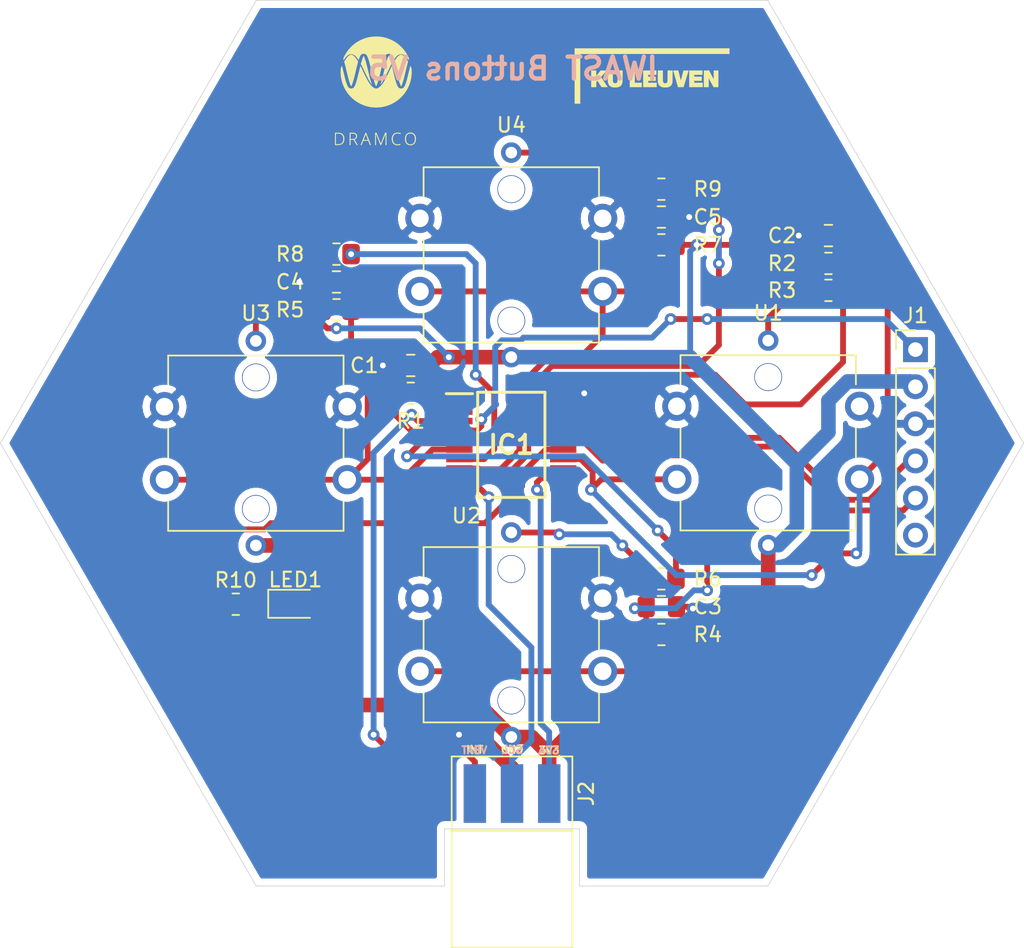
<source format=kicad_pcb>
(kicad_pcb (version 20171130) (host pcbnew "(5.1.6)-1")
  (title_block (title "IWAST - BME680") (date 2019-10-12) (rev A) (company DRAMCO) (comment 1 "Sarah Goossens"))
  (layers (0 F.Cu signal) (31 B.Cu signal) (34 B.Paste user) (35 F.Paste user) (36 B.SilkS user) (37 F.SilkS user) (38 B.Mask user hide) (39 F.Mask user hide) (44 Edge.Cuts user))
  (net 0 "")
  (net 1 +3V3)
  (net 2 GND)
  (net 3 /MCLR)
  (net 4 /RC1)
  (net 5 /ICSPCLK)
  (net 6 /ICSPDAT)
  (net 7 "Net-(R3-Pad2)")
  (net 8 /INT)
  (net 9 /SCL)
  (net 10 /SDA)
  (net 11 /LSW2)
  (net 12 /SW3)
  (net 13 /LSW3)
  (net 14 /SW4)
  (net 15 /LSW4)
  (net 16 /SW1)
  (net 17 /SW2)
  (net 18 /LSW1)
  (net 19 "Net-(R9-Pad2)")
  (net 20 "Net-(LED1-Pad1)")
  (net 21 "Net-(R6-Pad2)")
  (net 22 "Net-(R8-Pad2)")
  (module logos:dramco_logo (layer F.Cu) (at 113.157 91.059)
    (fp_text reference G*** hide)
    (fp_text value LOGO hide)
  )
  (module logos:kul_logo (layer F.Cu) (at 132.08 90.043)
    (fp_text reference G*** hide)
    (fp_text value LOGO hide)
  )
  (module Button_Ali:aliButton (layer F.Cu) (at 122.45 128.287 180)
    (fp_text reference U2 (at 3.07 8.145) (layer F.SilkS))
    (fp_text value button)
    (pad "" np_thru_hole circle (at 0 -4.5 180) (size 1.9 1.9) (drill 1.8) (layers *.Cu *.Mask))
    (pad "" np_thru_hole circle (at 0 4.5 180) (size 1.9 1.9) (drill 1.8) (layers *.Cu *.Mask))
    (pad 6 thru_hole circle (at 0 7 180) (size 1.4 1.4) (drill 0.8) (layers *.Cu *.Mask) (net 21 "Net-(R6-Pad2)"))
    (pad 5 thru_hole circle (at 0 -7 180) (size 1.4 1.4) (drill 0.8) (layers *.Cu *.Mask) (net 1 +3V3))
    (pad 4 thru_hole circle (at 6.25 2.5 180) (size 2 2) (drill 1.2) (layers *.Cu *.Mask) (net 2 GND))
    (pad 2 thru_hole circle (at 6.25 -2.5 180) (size 2 2) (drill 1.2) (layers *.Cu *.Mask) (net 17 /SW2))
    (pad 3 thru_hole circle (at -6.25 2.5 180) (size 2 2) (drill 1.2) (layers *.Cu *.Mask) (net 2 GND))
    (pad 1 thru_hole circle (at -6.25 -2.5 180) (size 2 2) (drill 1.2) (layers *.Cu *.Mask) (net 17 /SW2))
  )
  (module Button_Ali:aliButton (layer F.Cu) (at 140.025 115.15 180)
    (fp_text reference U1 (at 0 8.89) (layer F.SilkS))
    (fp_text value button)
    (pad "" np_thru_hole circle (at 0 -4.5 180) (size 1.9 1.9) (drill 1.8) (layers *.Cu *.Mask))
    (pad "" np_thru_hole circle (at 0 4.5 180) (size 1.9 1.9) (drill 1.8) (layers *.Cu *.Mask))
    (pad 6 thru_hole circle (at 0 7 180) (size 1.4 1.4) (drill 0.8) (layers *.Cu *.Mask) (net 7 "Net-(R3-Pad2)"))
    (pad 5 thru_hole circle (at 0 -7 180) (size 1.4 1.4) (drill 0.8) (layers *.Cu *.Mask) (net 1 +3V3))
    (pad 4 thru_hole circle (at 6.25 2.5 180) (size 2 2) (drill 1.2) (layers *.Cu *.Mask) (net 2 GND))
    (pad 2 thru_hole circle (at 6.25 -2.5 180) (size 2 2) (drill 1.2) (layers *.Cu *.Mask) (net 16 /SW1))
    (pad 3 thru_hole circle (at -6.25 2.5 180) (size 2 2) (drill 1.2) (layers *.Cu *.Mask) (net 2 GND))
    (pad 1 thru_hole circle (at -6.25 -2.5 180) (size 2 2) (drill 1.2) (layers *.Cu *.Mask) (net 16 /SW1))
  )
  (module Button_Ali:aliButton (layer F.Cu) (at 104.975 115.175 180)
    (fp_text reference U3 (at 0 8.89) (layer F.SilkS))
    (fp_text value button)
    (pad "" np_thru_hole circle (at 0 -4.5 180) (size 1.9 1.9) (drill 1.8) (layers *.Cu *.Mask))
    (pad "" np_thru_hole circle (at 0 4.5 180) (size 1.9 1.9) (drill 1.8) (layers *.Cu *.Mask))
    (pad 6 thru_hole circle (at 0 7 180) (size 1.4 1.4) (drill 0.8) (layers *.Cu *.Mask) (net 22 "Net-(R8-Pad2)"))
    (pad 5 thru_hole circle (at 0 -7 180) (size 1.4 1.4) (drill 0.8) (layers *.Cu *.Mask) (net 1 +3V3))
    (pad 4 thru_hole circle (at 6.25 2.5 180) (size 2 2) (drill 1.2) (layers *.Cu *.Mask) (net 2 GND))
    (pad 2 thru_hole circle (at 6.25 -2.5 180) (size 2 2) (drill 1.2) (layers *.Cu *.Mask) (net 12 /SW3))
    (pad 3 thru_hole circle (at -6.25 2.5 180) (size 2 2) (drill 1.2) (layers *.Cu *.Mask) (net 2 GND))
    (pad 1 thru_hole circle (at -6.25 -2.5 180) (size 2 2) (drill 1.2) (layers *.Cu *.Mask) (net 12 /SW3))
  )
  (module Button_Ali:aliButton (layer F.Cu) (at 122.45 102.287 180)
    (fp_text reference U4 (at 0 8.89) (layer F.SilkS))
    (fp_text value button)
    (pad "" np_thru_hole circle (at 0 -4.5 180) (size 1.9 1.9) (drill 1.8) (layers *.Cu *.Mask))
    (pad "" np_thru_hole circle (at 0 4.5 180) (size 1.9 1.9) (drill 1.8) (layers *.Cu *.Mask))
    (pad 6 thru_hole circle (at 0 7 180) (size 1.4 1.4) (drill 0.8) (layers *.Cu *.Mask) (net 19 "Net-(R9-Pad2)"))
    (pad 5 thru_hole circle (at 0 -7 180) (size 1.4 1.4) (drill 0.8) (layers *.Cu *.Mask) (net 1 +3V3))
    (pad 4 thru_hole circle (at 6.25 2.5 180) (size 2 2) (drill 1.2) (layers *.Cu *.Mask) (net 2 GND))
    (pad 2 thru_hole circle (at 6.25 -2.5 180) (size 2 2) (drill 1.2) (layers *.Cu *.Mask) (net 14 /SW4))
    (pad 3 thru_hole circle (at -6.25 2.5 180) (size 2 2) (drill 1.2) (layers *.Cu *.Mask) (net 2 GND))
    (pad 1 thru_hole circle (at -6.25 -2.5 180) (size 2 2) (drill 1.2) (layers *.Cu *.Mask) (net 14 /SW4))
  )
  (module Resistor_SMD:R_0805_2012Metric_Pad1.20x1.40mm_HandSolder (layer F.Cu) (at 144.145 104.715 180)
    (fp_text reference R3 (at 3.175 0) (layer F.SilkS))
    (fp_text value 1k)
    (pad 2 smd roundrect (at 1 0 180) (size 1.2 1.4) (layers F.Cu F.Paste F.Mask) (roundrect_rratio 0.2083325) (net 7 "Net-(R3-Pad2)"))
    (pad 1 smd roundrect (at -1 0 180) (size 1.2 1.4) (layers F.Cu F.Paste F.Mask) (roundrect_rratio 0.2083325) (net 18 /LSW1))
  )
  (module Resistor_SMD:R_0805_2012Metric_Pad1.20x1.40mm_HandSolder (layer F.Cu) (at 110.49 106.045)
    (fp_text reference R5 (at -3.175 0) (layer F.SilkS))
    (fp_text value 100k)
    (pad 1 smd roundrect (at -1 0) (size 1.2 1.4) (layers F.Cu F.Paste F.Mask) (roundrect_rratio 0.2083325) (net 1 +3V3))
    (pad 2 smd roundrect (at 1 0) (size 1.2 1.4) (layers F.Cu F.Paste F.Mask) (roundrect_rratio 0.2083325) (net 12 /SW3))
  )
  (module Capacitor_SMD:C_0805_2012Metric_Pad1.18x1.45mm_HandSolder (layer F.Cu) (at 110.49 104.14)
    (fp_text reference C4 (at -3.175 0) (layer F.SilkS))
    (fp_text value 100n)
    (pad 2 smd roundrect (at 1.0375 0) (size 1.175 1.45) (layers F.Cu F.Paste F.Mask) (roundrect_rratio 0.2127659574468085) (net 12 /SW3))
    (pad 1 smd roundrect (at -1.0375 0) (size 1.175 1.45) (layers F.Cu F.Paste F.Mask) (roundrect_rratio 0.2127659574468085) (net 2 GND))
  )
  (module Resistor_SMD:R_0805_2012Metric_Pad1.20x1.40mm_HandSolder (layer F.Cu) (at 132.715 124.46 180)
    (fp_text reference R6 (at -3.175 0) (layer F.SilkS))
    (fp_text value 1k)
    (pad 1 smd roundrect (at -1 0 180) (size 1.2 1.4) (layers F.Cu F.Paste F.Mask) (roundrect_rratio 0.2083325) (net 11 /LSW2))
    (pad 2 smd roundrect (at 1 0 180) (size 1.2 1.4) (layers F.Cu F.Paste F.Mask) (roundrect_rratio 0.2083325) (net 21 "Net-(R6-Pad2)"))
  )
  (module Connector_PinHeader_2.54mm:PinHeader_1x06_P2.54mm_Vertical (layer F.Cu) (at 150.1 108.7696)
    (fp_text reference J1 (at 0 -2.33) (layer F.SilkS))
    (fp_text value PICKit3)
    (pad 6 thru_hole oval (at 0 12.7) (size 1.7 1.7) (drill 1) (layers *.Cu *.Mask))
    (pad 5 thru_hole oval (at 0 10.16) (size 1.7 1.7) (drill 1) (layers *.Cu *.Mask) (net 5 /ICSPCLK))
    (pad 4 thru_hole oval (at 0 7.62) (size 1.7 1.7) (drill 1) (layers *.Cu *.Mask) (net 6 /ICSPDAT))
    (pad 3 thru_hole oval (at 0 5.08) (size 1.7 1.7) (drill 1) (layers *.Cu *.Mask) (net 2 GND))
    (pad 2 thru_hole oval (at 0 2.54) (size 1.7 1.7) (drill 1) (layers *.Cu *.Mask) (net 1 +3V3))
    (pad 1 thru_hole rect (at 0 0) (size 1.7 1.7) (drill 1) (layers *.Cu *.Mask) (net 3 /MCLR))
  )
  (module Resistor_SMD:R_0805_2012Metric_Pad1.20x1.40mm_HandSolder (layer F.Cu) (at 103.6 126.198)
    (fp_text reference R10 (at 0 -1.65) (layer F.SilkS))
    (fp_text value 1k)
    (pad 2 smd roundrect (at 1 0) (size 1.2 1.4) (layers F.Cu F.Paste F.Mask) (roundrect_rratio 0.2083325) (net 20 "Net-(LED1-Pad1)"))
    (pad 1 smd roundrect (at -1 0) (size 1.2 1.4) (layers F.Cu F.Paste F.Mask) (roundrect_rratio 0.2083325) (net 4 /RC1))
  )
  (module Capacitor_SMD:C_0805_2012Metric_Pad1.18x1.45mm_HandSolder (layer F.Cu) (at 115.57 109.855 180)
    (fp_text reference C1 (at 3.175 0) (layer F.SilkS))
    (fp_text value 100n)
    (pad 1 smd roundrect (at -1.0375 0 180) (size 1.175 1.45) (layers F.Cu F.Paste F.Mask) (roundrect_rratio 0.2127659574468085) (net 1 +3V3))
    (pad 2 smd roundrect (at 1.0375 0 180) (size 1.175 1.45) (layers F.Cu F.Paste F.Mask) (roundrect_rratio 0.2127659574468085) (net 2 GND))
  )
  (module LED_SMD:LED_0805_2012Metric_Pad1.15x1.40mm_HandSolder (layer F.Cu) (at 107.68 126.168)
    (fp_text reference LED1 (at 0 -1.65) (layer F.SilkS))
    (fp_text value SML-D12Y1WT86)
    (pad 2 smd roundrect (at 1.025 0) (size 1.15 1.4) (layers F.Cu F.Paste F.Mask) (roundrect_rratio 0.2173904347826087) (net 1 +3V3))
    (pad 1 smd roundrect (at -1.025 0) (size 1.15 1.4) (layers F.Cu F.Paste F.Mask) (roundrect_rratio 0.2173904347826087) (net 20 "Net-(LED1-Pad1)"))
  )
  (module Resistor_SMD:R_0805_2012Metric_Pad1.20x1.40mm_HandSolder (layer F.Cu) (at 132.715 128.27 180)
    (fp_text reference R4 (at -3.175 0) (layer F.SilkS))
    (fp_text value 100k)
    (pad 2 smd roundrect (at 1 0 180) (size 1.2 1.4) (layers F.Cu F.Paste F.Mask) (roundrect_rratio 0.2083325) (net 17 /SW2))
    (pad 1 smd roundrect (at -1 0 180) (size 1.2 1.4) (layers F.Cu F.Paste F.Mask) (roundrect_rratio 0.2083325) (net 1 +3V3))
  )
  (module Resistor_SMD:R_0805_2012Metric_Pad1.20x1.40mm_HandSolder (layer F.Cu) (at 132.715 97.79 180)
    (fp_text reference R9 (at -3.175 0) (layer F.SilkS))
    (fp_text value 1k)
    (pad 2 smd roundrect (at 1 0 180) (size 1.2 1.4) (layers F.Cu F.Paste F.Mask) (roundrect_rratio 0.2083325) (net 19 "Net-(R9-Pad2)"))
    (pad 1 smd roundrect (at -1 0 180) (size 1.2 1.4) (layers F.Cu F.Paste F.Mask) (roundrect_rratio 0.2083325) (net 15 /LSW4))
  )
  (module PIC16f18446:SOP65P780X200-20N (layer F.Cu) (at 122.45 115.287)
    (fp_text reference IC1 (at 0 0) (layer F.SilkS) (effects (font (size 1.27 1.27) (thickness 0.254))))
    (fp_text value PIC16F18446-I_SS hide)
    (pad 1 smd rect (at -3.55 -2.925 90) (size 0.45 1.8) (layers F.Cu F.Paste F.Mask) (net 1 +3V3))
    (pad 2 smd rect (at -3.55 -2.275 90) (size 0.45 1.8) (layers F.Cu F.Paste F.Mask))
    (pad 3 smd rect (at -3.55 -1.625 90) (size 0.45 1.8) (layers F.Cu F.Paste F.Mask) (net 8 /INT))
    (pad 4 smd rect (at -3.55 -0.975 90) (size 0.45 1.8) (layers F.Cu F.Paste F.Mask) (net 3 /MCLR))
    (pad 5 smd rect (at -3.55 -0.325 90) (size 0.45 1.8) (layers F.Cu F.Paste F.Mask) (net 11 /LSW2))
    (pad 6 smd rect (at -3.55 0.325 90) (size 0.45 1.8) (layers F.Cu F.Paste F.Mask) (net 12 /SW3))
    (pad 7 smd rect (at -3.55 0.975 90) (size 0.45 1.8) (layers F.Cu F.Paste F.Mask) (net 13 /LSW3))
    (pad 8 smd rect (at -3.55 1.625 90) (size 0.45 1.8) (layers F.Cu F.Paste F.Mask) (net 14 /SW4))
    (pad 9 smd rect (at -3.55 2.275 90) (size 0.45 1.8) (layers F.Cu F.Paste F.Mask) (net 15 /LSW4))
    (pad 10 smd rect (at -3.55 2.925 90) (size 0.45 1.8) (layers F.Cu F.Paste F.Mask) (net 9 /SCL))
    (pad 11 smd rect (at 3.55 2.925 90) (size 0.45 1.8) (layers F.Cu F.Paste F.Mask))
    (pad 12 smd rect (at 3.55 2.275 90) (size 0.45 1.8) (layers F.Cu F.Paste F.Mask) (net 10 /SDA))
    (pad 13 smd rect (at 3.55 1.625 90) (size 0.45 1.8) (layers F.Cu F.Paste F.Mask))
    (pad 14 smd rect (at 3.55 0.975 90) (size 0.45 1.8) (layers F.Cu F.Paste F.Mask) (net 16 /SW1))
    (pad 15 smd rect (at 3.55 0.325 90) (size 0.45 1.8) (layers F.Cu F.Paste F.Mask) (net 4 /RC1))
    (pad 16 smd rect (at 3.55 -0.325 90) (size 0.45 1.8) (layers F.Cu F.Paste F.Mask) (net 17 /SW2))
    (pad 17 smd rect (at 3.55 -0.975 90) (size 0.45 1.8) (layers F.Cu F.Paste F.Mask) (net 18 /LSW1))
    (pad 18 smd rect (at 3.55 -1.625 90) (size 0.45 1.8) (layers F.Cu F.Paste F.Mask) (net 5 /ICSPCLK))
    (pad 19 smd rect (at 3.55 -2.275 90) (size 0.45 1.8) (layers F.Cu F.Paste F.Mask) (net 6 /ICSPDAT))
    (pad 20 smd rect (at 3.55 -2.925 90) (size 0.45 1.8) (layers F.Cu F.Paste F.Mask) (net 2 GND))
  )
  (module Resistor_SMD:R_0805_2012Metric_Pad1.20x1.40mm_HandSolder (layer F.Cu) (at 115.57 111.76 180)
    (fp_text reference R1 (at 0 -1.905) (layer F.SilkS))
    (fp_text value 10k)
    (pad 1 smd roundrect (at -1 0 180) (size 1.2 1.4) (layers F.Cu F.Paste F.Mask) (roundrect_rratio 0.2083325) (net 1 +3V3))
    (pad 2 smd roundrect (at 1 0 180) (size 1.2 1.4) (layers F.Cu F.Paste F.Mask) (roundrect_rratio 0.2083325) (net 3 /MCLR))
  )
  (module Resistor_SMD:R_0805_2012Metric_Pad1.20x1.40mm_HandSolder (layer F.Cu) (at 144.145 102.87)
    (fp_text reference R2 (at -3.175 0) (layer F.SilkS))
    (fp_text value 100k)
    (pad 1 smd roundrect (at -1 0) (size 1.2 1.4) (layers F.Cu F.Paste F.Mask) (roundrect_rratio 0.2083325) (net 1 +3V3))
    (pad 2 smd roundrect (at 1 0) (size 1.2 1.4) (layers F.Cu F.Paste F.Mask) (roundrect_rratio 0.2083325) (net 16 /SW1))
  )
  (module Capacitor_SMD:C_0805_2012Metric_Pad1.18x1.45mm_HandSolder (layer F.Cu) (at 132.715 126.365 180)
    (fp_text reference C3 (at -3.175 0) (layer F.SilkS))
    (fp_text value 100n)
    (pad 1 smd roundrect (at -1.0375 0 180) (size 1.175 1.45) (layers F.Cu F.Paste F.Mask) (roundrect_rratio 0.2127659574468085) (net 2 GND))
    (pad 2 smd roundrect (at 1.0375 0 180) (size 1.175 1.45) (layers F.Cu F.Paste F.Mask) (roundrect_rratio 0.2127659574468085) (net 17 /SW2))
  )
  (module Resistor_SMD:R_0805_2012Metric_Pad1.20x1.40mm_HandSolder (layer F.Cu) (at 132.715 101.6 180)
    (fp_text reference R7 (at -3.175 0) (layer F.SilkS))
    (fp_text value 100k)
    (pad 1 smd roundrect (at -1 0 180) (size 1.2 1.4) (layers F.Cu F.Paste F.Mask) (roundrect_rratio 0.2083325) (net 1 +3V3))
    (pad 2 smd roundrect (at 1 0 180) (size 1.2 1.4) (layers F.Cu F.Paste F.Mask) (roundrect_rratio 0.2083325) (net 14 /SW4))
  )
  (module Resistor_SMD:R_0805_2012Metric_Pad1.20x1.40mm_HandSolder (layer F.Cu) (at 110.49 102.235 180)
    (fp_text reference R8 (at 3.175 0) (layer F.SilkS))
    (fp_text value 1k)
    (pad 2 smd roundrect (at 1 0 180) (size 1.2 1.4) (layers F.Cu F.Paste F.Mask) (roundrect_rratio 0.2083325) (net 22 "Net-(R8-Pad2)"))
    (pad 1 smd roundrect (at -1 0 180) (size 1.2 1.4) (layers F.Cu F.Paste F.Mask) (roundrect_rratio 0.2083325) (net 13 /LSW3))
  )
  (module Capacitor_SMD:C_0805_2012Metric_Pad1.18x1.45mm_HandSolder (layer F.Cu) (at 132.715 99.695 180)
    (fp_text reference C5 (at -3.175 0) (layer F.SilkS))
    (fp_text value 100n)
    (pad 1 smd roundrect (at -1.0375 0 180) (size 1.175 1.45) (layers F.Cu F.Paste F.Mask) (roundrect_rratio 0.2127659574468085) (net 2 GND))
    (pad 2 smd roundrect (at 1.0375 0 180) (size 1.175 1.45) (layers F.Cu F.Paste F.Mask) (roundrect_rratio 0.2127659574468085) (net 14 /SW4))
  )
  (module ConnectorHorizontalPcb:ConnectorHorizontalPcb (layer F.Cu) (at 122.5 139.158 270)
    (fp_text reference J2 (at 0 -5.08 270) (layer F.SilkS))
    (fp_text value MASTER)
    (pad 6 smd rect (at 0 2.54 270) (size 4 1.524) (layers B.Cu B.Paste B.Mask))
    (pad 5 smd rect (at 0 0 270) (size 4 1.524) (layers B.Cu B.Paste B.Mask) (net 9 /SCL))
    (pad 4 smd rect (at 0 -2.54 270) (size 4 1.524) (layers B.Cu B.Paste B.Mask) (net 10 /SDA))
    (pad 3 smd rect (at 0 2.54 270) (size 4 1.524) (layers F.Cu F.Paste F.Mask) (net 8 /INT))
    (pad 2 smd rect (at 0 0 270) (size 4 1.524) (layers F.Cu F.Paste F.Mask) (net 2 GND))
    (pad 1 smd rect (at 0 -2.54 270) (size 4 1.524) (layers F.Cu F.Paste F.Mask) (net 1 +3V3))
  )
  (module Capacitor_SMD:C_0805_2012Metric_Pad1.18x1.45mm_HandSolder (layer F.Cu) (at 144.145 100.965)
    (fp_text reference C2 (at -3.175 0) (layer F.SilkS))
    (fp_text value 100n)
    (pad 2 smd roundrect (at 1.0375 0) (size 1.175 1.45) (layers F.Cu F.Paste F.Mask) (roundrect_rratio 0.2127659574468085) (net 16 /SW1))
    (pad 1 smd roundrect (at -1.0375 0) (size 1.175 1.45) (layers F.Cu F.Paste F.Mask) (roundrect_rratio 0.2127659574468085) (net 2 GND))
  )
  (gr_text "IWAST Buttons V5\n" (at 122.555 89.535) (layer B.SilkS) (effects (font (size 1.5 1.5) (thickness 0.3)) (justify mirror)))
  (gr_line (start 105 145.488) (end 117.88 145.488) (layer Edge.Cuts) (width 0.05))
  (gr_line (start 140 145.488) (end 127.12 145.488) (layer Edge.Cuts) (width 0.05))
  (gr_line (start 117.88 141.57218) (end 127.12 141.57218) (layer Edge.Cuts) (width 0.05))
  (gr_line (start 117.88 141.57218) (end 117.88 145.488) (layer Edge.Cuts) (width 0.05))
  (gr_line (start 127.12 141.57218) (end 127.12 145.488) (layer Edge.Cuts) (width 0.05))
  (gr_text VBAT (at 119.92 136.188) (layer B.SilkS) (effects (font (size 0.5 0.5) (thickness 0.125)) (justify mirror)))
  (gr_text 3V3 (at 125.04 136.198) (layer F.SilkS) (effects (font (size 0.5 0.5) (thickness 0.125))))
  (gr_text GND (at 122.51 136.148) (layer F.SilkS) (effects (font (size 0.5 0.5) (thickness 0.125))))
  (gr_text SDA (at 125.02 136.198) (layer B.SilkS) (effects (font (size 0.5 0.5) (thickness 0.125)) (justify mirror)))
  (gr_text SCL (at 122.52 136.178) (layer B.SilkS) (effects (font (size 0.5 0.5) (thickness 0.125)) (justify mirror)))
  (gr_text INT (at 119.95 136.158) (layer F.SilkS) (effects (font (size 0.5 0.5) (thickness 0.125))))
  (gr_line (start 87.5 115.178) (end 105 145.488) (layer Edge.Cuts) (width 0.05))
  (gr_line (start 105 84.868) (end 87.5 115.178) (layer Edge.Cuts) (width 0.05))
  (gr_line (start 140 84.868) (end 105 84.868) (layer Edge.Cuts) (width 0.05))
  (gr_line (start 157.5 115.178) (end 140 84.868) (layer Edge.Cuts) (width 0.05))
  (gr_line (start 140 145.488) (end 157.5 115.178) (layer Edge.Cuts) (width 0.05))
  (segment (start 104.975 122.175) (end 107.57 122.175) (width 1) (layer F.Cu) (net 1))
  (segment (start 108.705 123.31) (end 108.705 126.168) (width 1) (layer F.Cu) (net 1))
  (segment (start 107.57 122.175) (end 108.705 123.31) (width 1) (layer F.Cu) (net 1))
  (segment (start 125.04 137.675998) (end 125.04 139.158) (width 1) (layer F.Cu) (net 1))
  (segment (start 108.705 126.168) (end 108.705 132.2) (width 1) (layer F.Cu) (net 1))
  (segment (start 122.45 135.287) (end 123.857 135.287) (width 1) (layer F.Cu) (net 1))
  (segment (start 125.04 136.47) (end 125.04 139.158) (width 1) (layer F.Cu) (net 1))
  (segment (start 123.857 135.287) (end 125.04 136.47) (width 1) (layer F.Cu) (net 1))
  (segment (start 140.025 122.15) (end 140.025 129.85) (width 1) (layer F.Cu) (net 1))
  (segment (start 140.025 129.85) (end 134.62 135.255) (width 1) (layer F.Cu) (net 1))
  (segment (start 126.255 135.255) (end 125.04 136.47) (width 1) (layer F.Cu) (net 1))
  (segment (start 133.715 132.35) (end 130.81 135.255) (width 1) (layer F.Cu) (net 1))
  (segment (start 133.715 128.27) (end 133.715 132.35) (width 1) (layer F.Cu) (net 1))
  (segment (start 130.81 135.255) (end 126.255 135.255) (width 1) (layer F.Cu) (net 1))
  (segment (start 134.62 135.255) (end 130.81 135.255) (width 1) (layer F.Cu) (net 1))
  (segment (start 116.6075 111.7225) (end 116.57 111.76) (width 1) (layer F.Cu) (net 1))
  (segment (start 116.6075 109.855) (end 116.6075 111.7225) (width 1) (layer F.Cu) (net 1))
  (segment (start 116.6075 109.855) (end 116.84 109.855) (width 1) (layer F.Cu) (net 1))
  (segment (start 116.84 109.855) (end 117.408 109.287) (width 1) (layer F.Cu) (net 1))
  (segment (start 134.687 109.287) (end 122.45 109.287) (width 1) (layer B.Cu) (net 1))
  (segment (start 109.49 106.045) (end 109.49 106.95) (width 0.4) (layer F.Cu) (net 1))
  (via (at 110.49 107.315) (size 0.8) (drill 0.4) (layers F.Cu B.Cu) (net 1))
  (segment (start 109.855 107.315) (end 110.49 107.315) (width 0.4) (layer F.Cu) (net 1))
  (segment (start 109.49 106.95) (end 109.855 107.315) (width 0.4) (layer F.Cu) (net 1))
  (via (at 118.177 109.287) (size 0.8) (drill 0.4) (layers F.Cu B.Cu) (net 1))
  (segment (start 116.205 107.315) (end 118.177 109.287) (width 0.4) (layer B.Cu) (net 1))
  (segment (start 110.49 107.315) (end 116.205 107.315) (width 0.4) (layer B.Cu) (net 1))
  (segment (start 118.177 109.287) (end 122.45 109.287) (width 1) (layer F.Cu) (net 1))
  (segment (start 117.408 109.287) (end 118.177 109.287) (width 1) (layer F.Cu) (net 1))
  (segment (start 118.9 112.362) (end 117.508 112.362) (width 0.4) (layer F.Cu) (net 1))
  (segment (start 116.906 111.76) (end 116.57 111.76) (width 0.4) (layer F.Cu) (net 1))
  (segment (start 117.508 112.362) (end 116.906 111.76) (width 0.4) (layer F.Cu) (net 1))
  (segment (start 140.97 102.87) (end 143.145 102.87) (width 0.4) (layer F.Cu) (net 1))
  (segment (start 139.7 101.6) (end 140.97 102.87) (width 0.4) (layer F.Cu) (net 1))
  (segment (start 134.687 109.287) (end 134.687 102.041) (width 0.4) (layer B.Cu) (net 1))
  (via (at 135.128 101.6) (size 0.8) (drill 0.4) (layers F.Cu B.Cu) (net 1))
  (segment (start 134.687 102.041) (end 135.128 101.6) (width 0.4) (layer B.Cu) (net 1))
  (segment (start 135.128 101.6) (end 139.7 101.6) (width 0.4) (layer F.Cu) (net 1))
  (segment (start 133.715 101.6) (end 135.128 101.6) (width 0.4) (layer F.Cu) (net 1))
  (segment (start 122.45 135.287) (end 120.259 133.096) (width 1) (layer F.Cu) (net 1))
  (segment (start 109.601 133.096) (end 108.705 132.2) (width 1) (layer F.Cu) (net 1))
  (segment (start 120.259 133.096) (end 109.601 133.096) (width 1) (layer F.Cu) (net 1))
  (segment (start 140.74 122.15) (end 140.025 122.15) (width 1) (layer B.Cu) (net 1))
  (segment (start 141.986 120.904) (end 140.74 122.15) (width 1) (layer B.Cu) (net 1))
  (segment (start 141.986 116.586) (end 141.986 120.904) (width 1) (layer B.Cu) (net 1))
  (segment (start 134.687 109.287) (end 141.986 116.586) (width 1) (layer B.Cu) (net 1))
  (segment (start 145.458999 110.949999) (end 144.145 112.263998) (width 1) (layer B.Cu) (net 1))
  (segment (start 149.740399 110.949999) (end 145.458999 110.949999) (width 1) (layer B.Cu) (net 1))
  (segment (start 150.1 111.3096) (end 149.740399 110.949999) (width 1) (layer B.Cu) (net 1))
  (segment (start 144.145 114.427) (end 141.986 116.586) (width 1) (layer B.Cu) (net 1))
  (segment (start 144.145 112.263998) (end 144.145 114.427) (width 1) (layer B.Cu) (net 1))
  (segment (start 109.4525 104.14) (end 107.95 104.14) (width 0.4) (layer F.Cu) (net 2))
  (via (at 107.95 104.14) (size 0.8) (drill 0.4) (layers F.Cu B.Cu) (net 2))
  (segment (start 133.7525 99.695) (end 134.62 99.695) (width 0.4) (layer F.Cu) (net 2))
  (via (at 134.62 99.695) (size 0.8) (drill 0.4) (layers F.Cu B.Cu) (net 2))
  (segment (start 126.84 112.362) (end 127.442 111.76) (width 0.4) (layer F.Cu) (net 2))
  (segment (start 126 112.362) (end 126.84 112.362) (width 0.4) (layer F.Cu) (net 2))
  (via (at 127.442 111.76) (size 0.8) (drill 0.4) (layers F.Cu B.Cu) (net 2))
  (segment (start 133.7525 126.365) (end 134.493 126.365) (width 0.4) (layer F.Cu) (net 2))
  (via (at 134.874 126.492) (size 0.8) (drill 0.4) (layers F.Cu B.Cu) (net 2))
  (segment (start 134.62 126.492) (end 134.874 126.492) (width 0.4) (layer F.Cu) (net 2))
  (segment (start 134.493 126.365) (end 134.62 126.492) (width 0.4) (layer F.Cu) (net 2))
  (segment (start 114.5325 109.855) (end 113.665 109.855) (width 0.4) (layer F.Cu) (net 2))
  (via (at 113.665 109.855) (size 0.8) (drill 0.4) (layers F.Cu B.Cu) (net 2))
  (segment (start 143.1075 100.965) (end 142.113 100.965) (width 0.4) (layer F.Cu) (net 2))
  (via (at 142.113 100.965) (size 0.8) (drill 0.4) (layers F.Cu B.Cu) (net 2))
  (segment (start 122.5 139.158) (end 122.5 137.409002) (width 1) (layer F.Cu) (net 2))
  (segment (start 122.5 137.409002) (end 120.218998 135.128) (width 1) (layer F.Cu) (net 2))
  (via (at 118.872 135.128) (size 0.8) (drill 0.4) (layers F.Cu B.Cu) (net 2))
  (segment (start 120.218998 135.128) (end 118.872 135.128) (width 1) (layer F.Cu) (net 2))
  (segment (start 117.6 114.312) (end 117.588 114.3) (width 0.4) (layer F.Cu) (net 3))
  (segment (start 118.9 114.312) (end 117.6 114.312) (width 0.4) (layer F.Cu) (net 3))
  (segment (start 117.588 114.3) (end 115.57 114.3) (width 0.4) (layer F.Cu) (net 3))
  (segment (start 114.57 113.3) (end 114.57 111.76) (width 0.4) (layer F.Cu) (net 3))
  (segment (start 115.57 114.3) (end 114.57 113.3) (width 0.4) (layer F.Cu) (net 3))
  (segment (start 120.095002 114.312) (end 120.396 114.011002) (width 0.4) (layer F.Cu) (net 3))
  (segment (start 118.9 114.312) (end 120.095002 114.312) (width 0.4) (layer F.Cu) (net 3))
  (via (at 120.400002 113.538) (size 0.8) (drill 0.4) (layers F.Cu B.Cu) (net 3))
  (segment (start 120.396 113.542002) (end 120.400002 113.538) (width 0.4) (layer F.Cu) (net 3))
  (segment (start 120.396 114.011002) (end 120.396 113.542002) (width 0.4) (layer F.Cu) (net 3))
  (via (at 133.35 106.68) (size 0.8) (drill 0.4) (layers F.Cu B.Cu) (net 3))
  (segment (start 135.89 106.68) (end 135.852 106.68) (width 0.4) (layer F.Cu) (net 3))
  (segment (start 133.35 106.68) (end 135.89 106.68) (width 0.4) (layer F.Cu) (net 3))
  (via (at 135.852 106.68) (size 0.8) (drill 0.4) (layers F.Cu B.Cu) (net 3))
  (segment (start 148.0104 106.68) (end 150.1 108.7696) (width 0.4) (layer B.Cu) (net 3))
  (segment (start 135.852 106.68) (end 148.0104 106.68) (width 0.4) (layer B.Cu) (net 3))
  (segment (start 121.801999 108.137001) (end 123.098001 108.137001) (width 0.4) (layer B.Cu) (net 3))
  (segment (start 132.08 107.95) (end 133.35 106.68) (width 0.4) (layer B.Cu) (net 3))
  (segment (start 123.098001 108.137001) (end 123.285002 107.95) (width 0.4) (layer B.Cu) (net 3))
  (segment (start 121.349999 108.589001) (end 121.801999 108.137001) (width 0.4) (layer B.Cu) (net 3))
  (segment (start 121.412 112.526002) (end 121.349999 112.464001) (width 0.4) (layer B.Cu) (net 3))
  (segment (start 123.285002 107.95) (end 132.08 107.95) (width 0.4) (layer B.Cu) (net 3))
  (segment (start 121.349999 112.464001) (end 121.349999 108.589001) (width 0.4) (layer B.Cu) (net 3))
  (segment (start 120.400002 113.538) (end 121.412 112.526002) (width 0.4) (layer B.Cu) (net 3))
  (segment (start 102.6 122.19) (end 102.6 126.198) (width 0.4) (layer F.Cu) (net 4))
  (segment (start 103.715001 121.074999) (end 102.6 122.19) (width 0.4) (layer F.Cu) (net 4))
  (segment (start 105.573003 121.074999) (end 103.715001 121.074999) (width 0.4) (layer F.Cu) (net 4))
  (segment (start 105.998002 120.65) (end 105.573003 121.074999) (width 0.4) (layer F.Cu) (net 4))
  (segment (start 120.65 120.65) (end 105.998002 120.65) (width 0.4) (layer F.Cu) (net 4))
  (segment (start 123.19 117.226998) (end 123.19 118.11) (width 0.4) (layer F.Cu) (net 4))
  (segment (start 124.804998 115.612) (end 123.19 117.226998) (width 0.4) (layer F.Cu) (net 4))
  (segment (start 123.19 118.11) (end 120.65 120.65) (width 0.4) (layer F.Cu) (net 4))
  (segment (start 126 115.612) (end 124.804998 115.612) (width 0.4) (layer F.Cu) (net 4))
  (segment (start 126 113.662) (end 131.188 113.662) (width 0.4) (layer F.Cu) (net 5))
  (segment (start 144.907555 119.779599) (end 149.250001 119.779599) (width 0.4) (layer F.Cu) (net 5))
  (segment (start 132.934011 115.408011) (end 140.535968 115.408011) (width 0.4) (layer F.Cu) (net 5))
  (segment (start 140.535968 115.408011) (end 144.907555 119.779599) (width 0.4) (layer F.Cu) (net 5))
  (segment (start 131.188 113.662) (end 132.934011 115.408011) (width 0.4) (layer F.Cu) (net 5))
  (segment (start 149.250001 119.779599) (end 150.1 118.9296) (width 0.4) (layer F.Cu) (net 5))
  (segment (start 146.947001 119.050001) (end 149.607402 116.3896) (width 0.4) (layer F.Cu) (net 6))
  (segment (start 145.0265 119.050001) (end 146.947001 119.050001) (width 0.4) (layer F.Cu) (net 6))
  (segment (start 131.386543 113.012) (end 133.182543 114.808) (width 0.4) (layer F.Cu) (net 6))
  (segment (start 126 113.012) (end 131.386543 113.012) (width 0.4) (layer F.Cu) (net 6))
  (segment (start 149.607402 116.3896) (end 150.1 116.3896) (width 0.4) (layer F.Cu) (net 6))
  (segment (start 133.182543 114.808) (end 140.784499 114.808) (width 0.4) (layer F.Cu) (net 6))
  (segment (start 140.784499 114.808) (end 145.0265 119.050001) (width 0.4) (layer F.Cu) (net 6))
  (segment (start 143.145 104.715) (end 141.919 104.715) (width 0.4) (layer F.Cu) (net 7))
  (segment (start 140.025 106.609) (end 140.025 108.15) (width 0.4) (layer F.Cu) (net 7))
  (segment (start 141.919 104.715) (end 140.025 106.609) (width 0.4) (layer F.Cu) (net 7))
  (segment (start 119.96 139.158) (end 119.96 136.978) (width 0.4) (layer F.Cu) (net 8))
  (segment (start 119.96 136.978) (end 119.38 136.398) (width 0.4) (layer F.Cu) (net 8))
  (segment (start 119.38 136.398) (end 114.3 136.398) (width 0.4) (layer F.Cu) (net 8))
  (segment (start 114.3 136.398) (end 113.03 135.128) (width 0.4) (layer F.Cu) (net 8))
  (via (at 113.03 135.128) (size 0.8) (drill 0.4) (layers F.Cu B.Cu) (net 8))
  (segment (start 115.57 113.284) (end 115.627686 113.226314) (width 0.4) (layer B.Cu) (net 8))
  (segment (start 113.03 115.824) (end 115.57 113.284) (width 0.4) (layer B.Cu) (net 8))
  (segment (start 113.03 135.128) (end 113.03 115.824) (width 0.4) (layer B.Cu) (net 8))
  (via (at 115.627686 113.226314) (size 0.8) (drill 0.4) (layers F.Cu B.Cu) (net 8))
  (segment (start 116.063372 113.662) (end 115.627686 113.226314) (width 0.4) (layer F.Cu) (net 8))
  (segment (start 118.9 113.662) (end 116.063372 113.662) (width 0.4) (layer F.Cu) (net 8))
  (via (at 120.904 118.872) (size 0.8) (drill 0.4) (layers F.Cu B.Cu) (net 9))
  (segment (start 118.9 118.212) (end 120.244 118.212) (width 0.4) (layer F.Cu) (net 9))
  (segment (start 120.244 118.212) (end 120.904 118.872) (width 0.4) (layer F.Cu) (net 9))
  (segment (start 122.5 136.834) (end 122.5 139.158) (width 0.4) (layer B.Cu) (net 9))
  (segment (start 122.967002 136.398) (end 122.936 136.398) (width 0.4) (layer B.Cu) (net 9))
  (segment (start 123.825 135.540002) (end 122.967002 136.398) (width 0.4) (layer B.Cu) (net 9))
  (segment (start 123.825 129.159) (end 123.825 135.540002) (width 0.4) (layer B.Cu) (net 9))
  (segment (start 122.936 136.398) (end 122.5 136.834) (width 0.4) (layer B.Cu) (net 9))
  (segment (start 120.904 126.238) (end 123.825 129.159) (width 0.4) (layer B.Cu) (net 9))
  (segment (start 120.904 118.872) (end 120.904 126.238) (width 0.4) (layer B.Cu) (net 9))
  (segment (start 126 117.562) (end 124.5 117.562) (width 0.4) (layer F.Cu) (net 10))
  (via (at 124.206 118.364) (size 0.8) (drill 0.4) (layers F.Cu B.Cu) (net 10))
  (segment (start 124.206 117.856) (end 124.206 118.364) (width 0.4) (layer F.Cu) (net 10))
  (segment (start 124.5 117.562) (end 124.206 117.856) (width 0.4) (layer F.Cu) (net 10))
  (segment (start 125.04 134.946) (end 125.04 139.158) (width 0.4) (layer B.Cu) (net 10))
  (segment (start 124.46 134.366) (end 125.04 134.946) (width 0.4) (layer B.Cu) (net 10))
  (segment (start 124.46 118.618) (end 124.46 134.366) (width 0.4) (layer B.Cu) (net 10))
  (segment (start 124.206 118.364) (end 124.46 118.618) (width 0.4) (layer B.Cu) (net 10))
  (segment (start 118.9 114.962) (end 116.432 114.962) (width 0.4) (layer F.Cu) (net 11))
  (segment (start 116.432 114.962) (end 115.316 116.078) (width 0.4) (layer F.Cu) (net 11))
  (via (at 115.316 116.078) (size 0.8) (drill 0.4) (layers F.Cu B.Cu) (net 11))
  (segment (start 127.392614 116.078) (end 132.466802 121.152188) (width 0.4) (layer B.Cu) (net 11))
  (segment (start 115.316 116.078) (end 127.392614 116.078) (width 0.4) (layer B.Cu) (net 11))
  (segment (start 133.715 122.400386) (end 132.466802 121.152188) (width 0.4) (layer F.Cu) (net 11))
  (segment (start 133.715 124.46) (end 133.715 122.400386) (width 0.4) (layer F.Cu) (net 11))
  (via (at 132.466802 121.152188) (size 0.8) (drill 0.4) (layers F.Cu B.Cu) (net 11))
  (segment (start 111.5275 106.0075) (end 111.49 106.045) (width 0.4) (layer F.Cu) (net 12))
  (segment (start 111.5275 104.14) (end 111.5275 106.0075) (width 0.4) (layer F.Cu) (net 12))
  (segment (start 117.052 115.612) (end 118.9 115.612) (width 0.4) (layer F.Cu) (net 12))
  (segment (start 114.989 117.675) (end 117.052 115.612) (width 0.4) (layer F.Cu) (net 12))
  (segment (start 111.225 117.675) (end 114.989 117.675) (width 0.4) (layer F.Cu) (net 12))
  (segment (start 98.725 117.675) (end 111.225 117.675) (width 0.4) (layer F.Cu) (net 12))
  (segment (start 112.625001 116.274999) (end 111.225 117.675) (width 0.4) (layer F.Cu) (net 12))
  (segment (start 112.625001 110.550001) (end 112.625001 116.274999) (width 0.4) (layer F.Cu) (net 12))
  (segment (start 111.49 109.415) (end 112.625001 110.550001) (width 0.4) (layer F.Cu) (net 12))
  (segment (start 111.49 106.045) (end 111.49 109.415) (width 0.4) (layer F.Cu) (net 12))
  (segment (start 118.9 116.262) (end 120.593 116.262) (width 0.4) (layer F.Cu) (net 13))
  (segment (start 120.593 116.262) (end 121.285 115.57) (width 0.4) (layer F.Cu) (net 13))
  (segment (start 121.285 115.57) (end 121.285 111.76) (width 0.4) (layer F.Cu) (net 13))
  (segment (start 121.285 111.76) (end 120.015 110.49) (width 0.4) (layer F.Cu) (net 13))
  (via (at 120.015 110.49) (size 0.8) (drill 0.4) (layers F.Cu B.Cu) (net 13))
  (segment (start 120.015 110.49) (end 120.015 102.87) (width 0.4) (layer B.Cu) (net 13))
  (segment (start 120.015 102.87) (end 119.38 102.235) (width 0.4) (layer B.Cu) (net 13))
  (segment (start 119.38 102.235) (end 112.395 102.235) (width 0.4) (layer B.Cu) (net 13))
  (via (at 111.49 102.235) (size 0.8) (drill 0.4) (layers F.Cu B.Cu) (net 13))
  (segment (start 112.395 102.235) (end 111.49 102.235) (width 0.4) (layer B.Cu) (net 13))
  (segment (start 131.5855 99.787) (end 131.6775 99.695) (width 0.4) (layer F.Cu) (net 14))
  (segment (start 131.6775 101.5625) (end 131.715 101.6) (width 0.4) (layer F.Cu) (net 14))
  (segment (start 131.6775 99.695) (end 131.6775 101.5625) (width 0.4) (layer F.Cu) (net 14))
  (segment (start 120.26399 116.96199) (end 121.711468 116.96199) (width 0.4) (layer F.Cu) (net 14))
  (segment (start 120.214 116.912) (end 120.26399 116.96199) (width 0.4) (layer F.Cu) (net 14))
  (segment (start 128.7 107.774) (end 128.7 104.787) (width 0.4) (layer F.Cu) (net 14))
  (segment (start 118.9 116.912) (end 120.214 116.912) (width 0.4) (layer F.Cu) (net 14))
  (segment (start 121.711468 116.96199) (end 123.00598 115.667478) (width 0.4) (layer F.Cu) (net 14))
  (segment (start 123.00598 115.667478) (end 123.005981 111.262935) (width 0.4) (layer F.Cu) (net 14))
  (segment (start 123.005981 111.262935) (end 124.978936 109.28998) (width 0.4) (layer F.Cu) (net 14))
  (segment (start 124.978936 109.28998) (end 127.18402 109.28998) (width 0.4) (layer F.Cu) (net 14))
  (segment (start 127.18402 109.28998) (end 128.7 107.774) (width 0.4) (layer F.Cu) (net 14))
  (segment (start 116.2 104.787) (end 128.7 104.787) (width 0.4) (layer F.Cu) (net 14))
  (segment (start 131.715 101.6) (end 131.715 103.685) (width 0.4) (layer F.Cu) (net 14))
  (segment (start 130.613 104.787) (end 128.7 104.787) (width 0.4) (layer F.Cu) (net 14))
  (segment (start 131.715 103.685) (end 130.613 104.787) (width 0.4) (layer F.Cu) (net 14))
  (via (at 136.652 102.87) (size 0.8) (drill 0.4) (layers F.Cu B.Cu) (net 15))
  (segment (start 133.715 97.79) (end 135.636 97.79) (width 0.4) (layer F.Cu) (net 15))
  (segment (start 136.652 102.87) (end 136.652 100.584) (width 0.4) (layer B.Cu) (net 15))
  (via (at 136.652 100.584) (size 0.8) (drill 0.4) (layers F.Cu B.Cu) (net 15))
  (segment (start 136.652 98.806) (end 135.636 97.79) (width 0.4) (layer F.Cu) (net 15))
  (segment (start 136.652 100.584) (end 136.652 98.806) (width 0.4) (layer F.Cu) (net 15))
  (segment (start 125.227468 109.88999) (end 131.41001 109.88999) (width 0.4) (layer F.Cu) (net 15))
  (segment (start 123.60599 111.511468) (end 125.227468 109.88999) (width 0.4) (layer F.Cu) (net 15))
  (segment (start 118.9 117.562) (end 121.96 117.562) (width 0.4) (layer F.Cu) (net 15))
  (segment (start 121.96 117.562) (end 123.60599 115.91601) (width 0.4) (layer F.Cu) (net 15))
  (segment (start 135.22001 109.88999) (end 136.652 108.458) (width 0.4) (layer F.Cu) (net 15))
  (segment (start 131.41001 109.88999) (end 135.128 109.88999) (width 0.4) (layer F.Cu) (net 15))
  (segment (start 123.60599 115.91601) (end 123.60599 111.511468) (width 0.4) (layer F.Cu) (net 15))
  (segment (start 135.128 109.88999) (end 135.22001 109.88999) (width 0.4) (layer F.Cu) (net 15))
  (segment (start 136.652 108.458) (end 136.652 102.87) (width 0.4) (layer F.Cu) (net 15))
  (segment (start 145.145 101.0025) (end 145.1825 100.965) (width 0.4) (layer F.Cu) (net 16))
  (segment (start 145.145 102.87) (end 145.145 101.0025) (width 0.4) (layer F.Cu) (net 16))
  (segment (start 127.195002 116.262) (end 128.016 117.082998) (width 0.4) (layer F.Cu) (net 16))
  (segment (start 126 116.262) (end 127.195002 116.262) (width 0.4) (layer F.Cu) (net 16))
  (via (at 127.9 118.364) (size 0.8) (drill 0.4) (layers F.Cu B.Cu) (net 16))
  (segment (start 128.016 118.248) (end 127.9 118.364) (width 0.4) (layer F.Cu) (net 16))
  (segment (start 128.016 117.082998) (end 128.016 118.248) (width 0.4) (layer F.Cu) (net 16))
  (segment (start 127.9 118.364) (end 133.742 124.206) (width 0.4) (layer B.Cu) (net 16))
  (segment (start 133.742 124.206) (end 143.002 124.206) (width 0.4) (layer B.Cu) (net 16))
  (via (at 143.002 124.206) (size 0.8) (drill 0.4) (layers F.Cu B.Cu) (net 16))
  (via (at 146.05 122.72001) (size 0.8) (drill 0.4) (layers F.Cu B.Cu) (net 16))
  (segment (start 146.275 117.65) (end 146.275 122.49501) (width 0.4) (layer B.Cu) (net 16))
  (segment (start 143.002 124.206) (end 144.48799 122.72001) (width 0.4) (layer F.Cu) (net 16))
  (segment (start 144.48799 122.72001) (end 146.05 122.72001) (width 0.4) (layer F.Cu) (net 16))
  (segment (start 146.275 122.49501) (end 146.05 122.72001) (width 0.4) (layer B.Cu) (net 16))
  (segment (start 145.542 102.87) (end 145.145 102.87) (width 0.4) (layer F.Cu) (net 16))
  (segment (start 148.2 105.528) (end 145.542 102.87) (width 0.4) (layer F.Cu) (net 16))
  (segment (start 148.2 115.725) (end 148.2 105.528) (width 0.4) (layer F.Cu) (net 16))
  (segment (start 146.275 117.65) (end 148.2 115.725) (width 0.4) (layer F.Cu) (net 16))
  (segment (start 128.614 117.65) (end 127.9 118.364) (width 0.4) (layer F.Cu) (net 16))
  (segment (start 133.775 117.65) (end 128.614 117.65) (width 0.4) (layer F.Cu) (net 16))
  (segment (start 131.6775 128.2325) (end 131.715 128.27) (width 0.4) (layer F.Cu) (net 17))
  (segment (start 131.6775 126.365) (end 131.6775 128.2325) (width 0.4) (layer F.Cu) (net 17))
  (segment (start 127.3 114.962) (end 128.7 116.362) (width 0.4) (layer F.Cu) (net 17))
  (segment (start 126 114.962) (end 127.3 114.962) (width 0.4) (layer F.Cu) (net 17))
  (segment (start 116.2 130.787) (end 128.7 130.787) (width 0.4) (layer F.Cu) (net 17))
  (segment (start 132.363 116.362) (end 132.716979 116.008021) (width 0.4) (layer F.Cu) (net 17))
  (segment (start 128.7 116.362) (end 132.363 116.362) (width 0.4) (layer F.Cu) (net 17))
  (segment (start 132.716979 116.008021) (end 134.858021 116.008021) (width 0.4) (layer F.Cu) (net 17))
  (segment (start 134.858021 116.008021) (end 135.85 117) (width 0.4) (layer F.Cu) (net 17))
  (segment (start 135.85 117) (end 135.85 125.225) (width 0.4) (layer F.Cu) (net 17))
  (via (at 135.85 125.25) (size 0.8) (drill 0.4) (layers F.Cu B.Cu) (net 17))
  (segment (start 135.85 125.225) (end 135.85 125.25) (width 0.4) (layer F.Cu) (net 17))
  (segment (start 134.931998 125.25) (end 133.706998 126.475) (width 0.4) (layer B.Cu) (net 17))
  (segment (start 135.85 125.25) (end 134.931998 125.25) (width 0.4) (layer B.Cu) (net 17))
  (via (at 130.9 126.475) (size 0.8) (drill 0.4) (layers F.Cu B.Cu) (net 17))
  (segment (start 133.706998 126.475) (end 130.9 126.475) (width 0.4) (layer B.Cu) (net 17))
  (segment (start 131.5675 126.475) (end 131.6775 126.365) (width 0.4) (layer F.Cu) (net 17))
  (segment (start 130.9 126.475) (end 131.5675 126.475) (width 0.4) (layer F.Cu) (net 17))
  (segment (start 128.7 130.787) (end 130.338 130.787) (width 0.4) (layer F.Cu) (net 17))
  (segment (start 131.715 129.41) (end 131.715 128.27) (width 0.4) (layer F.Cu) (net 17))
  (segment (start 130.338 130.787) (end 131.715 129.41) (width 0.4) (layer F.Cu) (net 17))
  (segment (start 126 114.312) (end 124.726 114.312) (width 0.4) (layer F.Cu) (net 18))
  (segment (start 124.726 114.312) (end 124.206 113.792) (width 0.4) (layer F.Cu) (net 18))
  (segment (start 124.206 113.792) (end 124.206 111.76) (width 0.4) (layer F.Cu) (net 18))
  (segment (start 124.206 111.76) (end 125.476 110.49) (width 0.4) (layer F.Cu) (net 18))
  (segment (start 125.476 110.49) (end 136.398 110.49) (width 0.4) (layer F.Cu) (net 18))
  (segment (start 136.398 110.49) (end 138.43 112.522) (width 0.4) (layer F.Cu) (net 18))
  (segment (start 138.43 112.522) (end 142.24 112.522) (width 0.4) (layer F.Cu) (net 18))
  (segment (start 145.145 109.617) (end 145.145 104.715) (width 0.4) (layer F.Cu) (net 18))
  (segment (start 142.24 112.522) (end 145.145 109.617) (width 0.4) (layer F.Cu) (net 18))
  (segment (start 122.45 95.287) (end 127.037 95.287) (width 0.4) (layer F.Cu) (net 19))
  (segment (start 129.54 97.79) (end 131.715 97.79) (width 0.4) (layer F.Cu) (net 19))
  (segment (start 127.037 95.287) (end 129.54 97.79) (width 0.4) (layer F.Cu) (net 19))
  (segment (start 104.63 126.168) (end 104.6 126.198) (width 0.4) (layer F.Cu) (net 20))
  (segment (start 106.655 126.168) (end 104.63 126.168) (width 0.4) (layer F.Cu) (net 20))
  (segment (start 131.715 124.46) (end 131.715 123.841) (width 0.4) (layer F.Cu) (net 21))
  (via (at 130.048 122.174) (size 0.8) (drill 0.4) (layers F.Cu B.Cu) (net 21))
  (segment (start 131.715 123.841) (end 130.048 122.174) (width 0.4) (layer F.Cu) (net 21))
  (segment (start 130.048 122.174) (end 129.286 121.412) (width 0.4) (layer B.Cu) (net 21))
  (segment (start 129.286 121.412) (end 125.73 121.412) (width 0.4) (layer B.Cu) (net 21))
  (via (at 125.73 121.412) (size 0.8) (drill 0.4) (layers F.Cu B.Cu) (net 21))
  (segment (start 125.605 121.287) (end 125.73 121.412) (width 0.4) (layer F.Cu) (net 21))
  (segment (start 122.45 121.287) (end 125.605 121.287) (width 0.4) (layer F.Cu) (net 21))
  (segment (start 104.975 108.175) (end 104.975 103.305) (width 0.4) (layer F.Cu) (net 22))
  (segment (start 106.045 102.235) (end 109.49 102.235) (width 0.4) (layer F.Cu) (net 22))
  (segment (start 104.975 103.305) (end 106.045 102.235) (width 0.4) (layer F.Cu) (net 22))
  (zone (net 2) (net_name GND) (layer B.Cu) (connect_pads (clearance 0.508)) (min_thickness 0.254) (fill yes (arc_segments 32) (thermal_gap 0.508) (thermal_bridge_width 0.508))
    (polygon (pts (xy 105 84.868) (xy 140 84.868) (xy 157.5 115.178) (xy 140 145.488) (xy 105 145.488) (xy 87.5 115.178)))
  )
  (zone (net 2) (net_name GND) (layer B.Cu) (connect_pads (clearance 0.508)) (min_thickness 0.254) (fill yes (arc_segments 32) (thermal_gap 0.508) (thermal_bridge_width 0.508))
    (polygon (pts (xy 105 84.868) (xy 140 84.868) (xy 157.5 115.178) (xy 140 145.488) (xy 105 145.488) (xy 87.5 115.178)))
  )
  (zone (net 2) (net_name GND) (layer B.Cu) (connect_pads (clearance 0.508)) (min_thickness 0.254) (fill yes (arc_segments 32) (thermal_gap 0.508) (thermal_bridge_width 0.508))
    (polygon (pts (xy 105.03302 84.8709) (xy 140.0393 84.84042) (xy 157.51704 115.17818) (xy 140.01898 145.49308) (xy 105.00508 145.488) (xy 87.47146 115.18834) (xy 105.0127 84.8709)))
  )
  (zone (net 2) (net_name GND) (layer B.Cu) (connect_pads (clearance 0.508)) (min_thickness 0.254) (fill yes (arc_segments 32) (thermal_gap 0.508) (thermal_bridge_width 0.508))
    (polygon (pts (xy 104.99 84.868) (xy 140.01 84.868) (xy 157.52 115.168) (xy 140 145.488) (xy 127.12 145.488) (xy 127.12 141.568) (xy 117.88 141.568) (xy 117.88 145.488) (xy 105 145.488) (xy 87.5 115.178)))
  )
  (zone (net 2) (net_name GND) (layer B.Cu) (connect_pads (clearance 0.508)) (min_thickness 0.254) (fill yes (arc_segments 32) (thermal_gap 0.508) (thermal_bridge_width 0.508))
    (polygon (pts (xy 104.99 84.868) (xy 140 84.868) (xy 157.51 115.178) (xy 140 145.498) (xy 127.12 145.488) (xy 127.11 141.578) (xy 117.88 141.578) (xy 117.87 145.488) (xy 105 145.488) (xy 87.49 115.188)))
  )
  (zone (net 2) (net_name GND) (layer B.Cu) (connect_pads (clearance 0.508)) (min_thickness 0.254) (fill yes (arc_segments 32) (thermal_gap 0.508) (thermal_bridge_width 0.508))
    (polygon (pts (xy 105 84.868) (xy 140.02 84.868) (xy 157.51 115.178) (xy 140.02 145.488) (xy 127.12 145.498) (xy 127.12 141.568) (xy 117.88 141.568) (xy 117.87 145.488) (xy 104.99 145.488) (xy 87.49 115.178)))
  )
)
</source>
